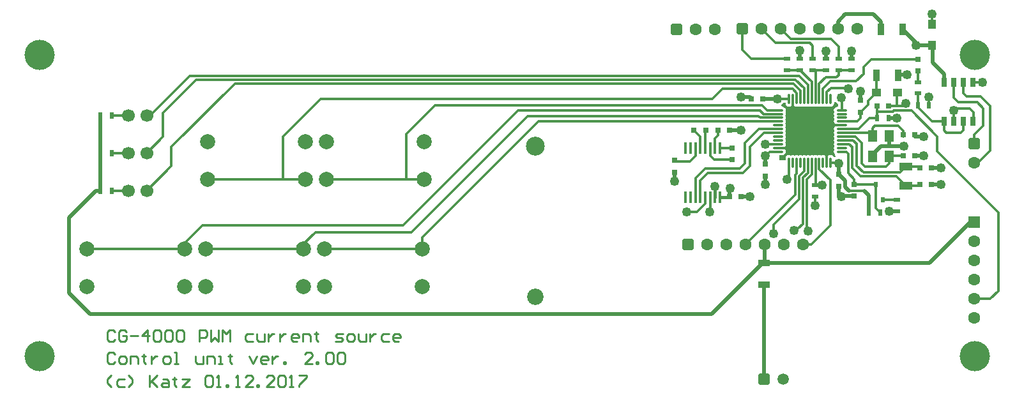
<source format=gtl>
G04 Layer_Physical_Order=1*
G04 Layer_Color=255*
%FSLAX42Y42*%
%MOMM*%
G71*
G01*
G75*
%ADD10R,1.60X0.90*%
%ADD11R,0.40X1.50*%
%ADD12R,0.90X1.60*%
%ADD13O,1.45X0.30*%
%ADD14O,0.30X1.45*%
%ADD15R,1.00X1.20*%
%ADD16R,0.80X0.80*%
%ADD17R,0.60X0.70*%
%ADD18R,0.60X0.90*%
%ADD19R,0.70X1.20*%
%ADD20R,1.25X1.60*%
%ADD21R,1.80X1.00*%
%ADD22R,1.20X1.00*%
%ADD23R,0.80X0.80*%
%ADD24R,0.90X0.60*%
%ADD25C,0.50*%
%ADD26C,0.30*%
%ADD27C,0.40*%
%ADD28C,0.25*%
G04:AMPARAMS|DCode=29|XSize=1.6mm|YSize=1.6mm|CornerRadius=0.4mm|HoleSize=0mm|Usage=FLASHONLY|Rotation=0.000|XOffset=0mm|YOffset=0mm|HoleType=Round|Shape=RoundedRectangle|*
%AMROUNDEDRECTD29*
21,1,1.60,0.80,0,0,0.0*
21,1,0.80,1.60,0,0,0.0*
1,1,0.80,0.40,-0.40*
1,1,0.80,-0.40,-0.40*
1,1,0.80,-0.40,0.40*
1,1,0.80,0.40,0.40*
%
%ADD29ROUNDEDRECTD29*%
%ADD30C,1.50*%
%ADD31C,1.70*%
%ADD32C,2.00*%
%ADD33C,1.60*%
%ADD34C,2.50*%
%ADD35C,2.17*%
%ADD36R,1.60X1.60*%
G04:AMPARAMS|DCode=37|XSize=1.6mm|YSize=1.6mm|CornerRadius=0.4mm|HoleSize=0mm|Usage=FLASHONLY|Rotation=270.000|XOffset=0mm|YOffset=0mm|HoleType=Round|Shape=RoundedRectangle|*
%AMROUNDEDRECTD37*
21,1,1.60,0.80,0,0,270.0*
21,1,0.80,1.60,0,0,270.0*
1,1,0.80,-0.40,-0.40*
1,1,0.80,-0.40,0.40*
1,1,0.80,0.40,0.40*
1,1,0.80,0.40,-0.40*
%
%ADD37ROUNDEDRECTD37*%
%ADD38C,4.00*%
%ADD39C,1.25*%
G36*
X11364Y4164D02*
X11383Y4149D01*
X11387Y4148D01*
Y4113D01*
X11375D01*
X11357Y4110D01*
X11343Y4100D01*
X11333Y4085D01*
X11329Y4067D01*
X11333Y4050D01*
X11338Y4042D01*
X11333Y4035D01*
X11329Y4017D01*
X11333Y4000D01*
X11338Y3992D01*
X11333Y3985D01*
X11329Y3967D01*
X11333Y3950D01*
X11338Y3942D01*
X11333Y3935D01*
X11329Y3917D01*
X11333Y3900D01*
X11343Y3885D01*
X11348Y3882D01*
Y3853D01*
X11343Y3850D01*
X11333Y3835D01*
X11329Y3817D01*
X11333Y3800D01*
X11338Y3792D01*
X11333Y3785D01*
X11329Y3767D01*
X11333Y3750D01*
X11338Y3742D01*
X11333Y3735D01*
X11329Y3717D01*
X11333Y3700D01*
X11338Y3692D01*
X11333Y3685D01*
X11329Y3667D01*
X11333Y3650D01*
X11338Y3642D01*
X11333Y3635D01*
X11329Y3617D01*
X11333Y3600D01*
X11338Y3592D01*
X11333Y3585D01*
X11329Y3567D01*
X11333Y3550D01*
X11338Y3542D01*
X11333Y3535D01*
X11329Y3517D01*
X11333Y3500D01*
X11343Y3485D01*
X11346Y3483D01*
X11352Y3454D01*
X11351Y3451D01*
X11346Y3445D01*
X11337Y3445D01*
X11321Y3455D01*
X11317Y3460D01*
X11303Y3470D01*
X11285Y3473D01*
X11267Y3470D01*
X11253Y3460D01*
X11249Y3455D01*
X11221D01*
X11217Y3460D01*
X11203Y3470D01*
X11185Y3473D01*
X11167Y3470D01*
X11160Y3465D01*
X11153Y3470D01*
X11135Y3473D01*
X11117Y3470D01*
X11110Y3465D01*
X11103Y3470D01*
X11085Y3473D01*
X11067Y3470D01*
X11060Y3465D01*
X11053Y3470D01*
X11035Y3473D01*
X11017Y3470D01*
X11010Y3465D01*
X11003Y3470D01*
X10985Y3473D01*
X10967Y3470D01*
X10960Y3465D01*
X10953Y3470D01*
X10935Y3473D01*
X10917Y3470D01*
X10910Y3465D01*
X10903Y3470D01*
X10885Y3473D01*
X10867Y3470D01*
X10860Y3465D01*
X10853Y3470D01*
X10835Y3473D01*
X10817Y3470D01*
X10810Y3465D01*
X10803Y3470D01*
X10785Y3473D01*
X10767Y3470D01*
X10760Y3465D01*
X10753Y3470D01*
X10735Y3473D01*
X10717Y3470D01*
X10703Y3460D01*
X10693Y3445D01*
X10689Y3428D01*
Y3400D01*
X10610D01*
Y3472D01*
X10645D01*
X10663Y3475D01*
X10677Y3485D01*
X10687Y3500D01*
X10691Y3517D01*
X10687Y3535D01*
X10677Y3550D01*
X10672Y3553D01*
Y3582D01*
X10677Y3585D01*
X10687Y3600D01*
X10691Y3617D01*
X10687Y3635D01*
X10682Y3642D01*
X10687Y3650D01*
X10691Y3667D01*
X10687Y3685D01*
X10682Y3692D01*
X10687Y3700D01*
X10691Y3717D01*
X10687Y3735D01*
X10682Y3742D01*
X10687Y3750D01*
X10691Y3767D01*
X10687Y3785D01*
X10682Y3792D01*
X10687Y3800D01*
X10691Y3817D01*
X10687Y3835D01*
X10682Y3842D01*
X10687Y3850D01*
X10691Y3867D01*
X10687Y3885D01*
X10682Y3892D01*
X10687Y3900D01*
X10691Y3917D01*
X10687Y3935D01*
X10682Y3942D01*
X10687Y3950D01*
X10691Y3967D01*
X10687Y3985D01*
X10682Y3992D01*
X10687Y4000D01*
X10691Y4017D01*
X10687Y4035D01*
X10682Y4042D01*
X10687Y4050D01*
X10691Y4067D01*
X10687Y4085D01*
X10677Y4100D01*
X10663Y4110D01*
X10645Y4113D01*
X10638D01*
X10638Y4114D01*
X10632Y4138D01*
X10646Y4149D01*
X10661Y4168D01*
X10661Y4169D01*
X10689D01*
Y4158D01*
X10693Y4140D01*
X10703Y4125D01*
X10717Y4115D01*
X10735Y4112D01*
X10753Y4115D01*
X10767Y4125D01*
X10771Y4130D01*
X10799D01*
X10803Y4125D01*
X10817Y4115D01*
X10835Y4112D01*
X10853Y4115D01*
X10860Y4120D01*
X10867Y4115D01*
X10885Y4112D01*
X10903Y4115D01*
X10910Y4120D01*
X10917Y4115D01*
X10935Y4112D01*
X10953Y4115D01*
X10960Y4120D01*
X10967Y4115D01*
X10985Y4112D01*
X11003Y4115D01*
X11010Y4120D01*
X11017Y4115D01*
X11035Y4112D01*
X11053Y4115D01*
X11060Y4120D01*
X11067Y4115D01*
X11085Y4112D01*
X11103Y4115D01*
X11110Y4120D01*
X11117Y4115D01*
X11135Y4112D01*
X11153Y4115D01*
X11160Y4120D01*
X11167Y4115D01*
X11185Y4112D01*
X11203Y4115D01*
X11210Y4120D01*
X11217Y4115D01*
X11235Y4112D01*
X11253Y4115D01*
X11260Y4120D01*
X11267Y4115D01*
X11285Y4112D01*
X11303Y4115D01*
X11317Y4125D01*
X11327Y4140D01*
X11331Y4158D01*
Y4170D01*
X11359D01*
X11364Y4164D01*
D02*
G37*
D10*
X10400Y1750D02*
D03*
Y2040D02*
D03*
D11*
X9820Y3565D02*
D03*
X9755D02*
D03*
X9690D02*
D03*
X9625D02*
D03*
X9560D02*
D03*
X9495D02*
D03*
X9430D02*
D03*
X9365D02*
D03*
X9820Y2915D02*
D03*
X9755D02*
D03*
X9690D02*
D03*
X9625D02*
D03*
X9560D02*
D03*
X9495D02*
D03*
X9430D02*
D03*
X9365D02*
D03*
D12*
X11950Y5140D02*
D03*
X12240Y5140D02*
D03*
X11890Y4530D02*
D03*
X12180D02*
D03*
D13*
X11432Y3517D02*
D03*
Y3567D02*
D03*
Y3617D02*
D03*
Y3667D02*
D03*
Y3717D02*
D03*
Y3767D02*
D03*
Y3817D02*
D03*
Y3867D02*
D03*
Y3917D02*
D03*
Y3967D02*
D03*
Y4017D02*
D03*
Y4067D02*
D03*
X10588D02*
D03*
Y4017D02*
D03*
Y3967D02*
D03*
Y3917D02*
D03*
Y3867D02*
D03*
Y3817D02*
D03*
Y3767D02*
D03*
Y3717D02*
D03*
Y3667D02*
D03*
Y3617D02*
D03*
Y3567D02*
D03*
Y3517D02*
D03*
D14*
X11285Y4215D02*
D03*
X11235D02*
D03*
X11185D02*
D03*
X11135D02*
D03*
X11085D02*
D03*
X11035D02*
D03*
X10985D02*
D03*
X10935D02*
D03*
X10885D02*
D03*
X10835D02*
D03*
X10785D02*
D03*
X10735D02*
D03*
Y3370D02*
D03*
X10785D02*
D03*
X10835D02*
D03*
X10885D02*
D03*
X10935D02*
D03*
X10985D02*
D03*
X11035D02*
D03*
X11085D02*
D03*
X11135D02*
D03*
X11185D02*
D03*
X11235D02*
D03*
X11285D02*
D03*
D15*
X12630Y5210D02*
D03*
Y4930D02*
D03*
D16*
X12440Y4590D02*
D03*
Y4745D02*
D03*
X11390Y3060D02*
D03*
Y3215D02*
D03*
X9980Y3410D02*
D03*
Y3565D02*
D03*
X9220Y3245D02*
D03*
Y3400D02*
D03*
X11600Y3080D02*
D03*
Y2925D02*
D03*
X11680Y4195D02*
D03*
Y4040D02*
D03*
X10420Y3195D02*
D03*
Y3350D02*
D03*
D17*
X11980Y2880D02*
D03*
X11790D02*
D03*
X11885Y3080D02*
D03*
D18*
X12440Y4130D02*
D03*
X12590D02*
D03*
X1610Y4000D02*
D03*
X1760D02*
D03*
X1610Y3500D02*
D03*
X1760D02*
D03*
X1610Y3000D02*
D03*
X1760D02*
D03*
X11790Y2710D02*
D03*
X11940D02*
D03*
X11900Y3960D02*
D03*
X12050D02*
D03*
D19*
X13171Y4440D02*
D03*
X13044D02*
D03*
X12917D02*
D03*
X12790D02*
D03*
X13171Y3920D02*
D03*
X13044D02*
D03*
X12917D02*
D03*
X12790D02*
D03*
D20*
X12060Y3455D02*
D03*
Y3725D02*
D03*
X11840D02*
D03*
Y3455D02*
D03*
D21*
X12280Y3065D02*
D03*
Y3315D02*
D03*
D22*
X12170Y4300D02*
D03*
X11890D02*
D03*
D23*
X12625Y3300D02*
D03*
X12470D02*
D03*
Y3080D02*
D03*
X12625D02*
D03*
X12405Y3460D02*
D03*
X12250D02*
D03*
X12245Y3740D02*
D03*
X12400D02*
D03*
X9945Y2920D02*
D03*
X10100D02*
D03*
X9475Y3800D02*
D03*
X9630D02*
D03*
X9790D02*
D03*
X9945D02*
D03*
X10235Y4220D02*
D03*
X10390D02*
D03*
X12055Y4125D02*
D03*
X11900D02*
D03*
D24*
X12440Y4290D02*
D03*
Y4440D02*
D03*
X11390Y4600D02*
D03*
Y4750D02*
D03*
X11560Y4600D02*
D03*
Y4750D02*
D03*
X11050Y4750D02*
D03*
Y4600D02*
D03*
X10710Y4750D02*
D03*
Y4600D02*
D03*
X11220D02*
D03*
Y4750D02*
D03*
X10880Y4600D02*
D03*
Y4750D02*
D03*
X11080Y3070D02*
D03*
Y2920D02*
D03*
X12160Y2880D02*
D03*
Y2730D02*
D03*
D25*
X10414Y2064D02*
Y2286D01*
X9710Y1360D02*
X10414Y2064D01*
X1470Y1360D02*
X9710D01*
X10400Y500D02*
Y1750D01*
X10100Y4240D02*
X10215D01*
X10235Y4220D01*
X11950Y3590D02*
X12260D01*
X12060Y3600D02*
Y3725D01*
X11840Y3480D02*
X11950Y3590D01*
X12060Y2730D02*
X12160D01*
X12240Y5140D02*
X12420Y4960D01*
Y4930D02*
X12620D01*
X12640Y4700D02*
Y4910D01*
X12420Y4930D02*
Y4960D01*
X12790Y4440D02*
Y4550D01*
X12640Y4700D02*
X12790Y4550D01*
X1550Y3000D02*
X1610D01*
X1190Y2640D02*
X1550Y3000D01*
X1190Y1640D02*
Y2640D01*
Y1640D02*
X1470Y1360D01*
X10414Y2040D02*
X12600D01*
X13140Y2580D01*
X13190D01*
X9220Y3120D02*
Y3245D01*
X12625Y3080D02*
X12750D01*
X12625Y3300D02*
X12750D01*
X11840Y3455D02*
Y3480D01*
X12405Y3460D02*
X12520D01*
Y3720D02*
X12540D01*
X12405D02*
X12520D01*
X10420Y3080D02*
Y3195D01*
Y3060D02*
Y3080D01*
X10100Y2920D02*
X10220D01*
X9945D02*
Y3005D01*
Y2920D02*
X9950Y2925D01*
X11390Y2950D02*
X11415Y2925D01*
X11390Y2950D02*
Y3060D01*
X11680Y4195D02*
Y4320D01*
X11560Y4750D02*
Y4850D01*
X11220Y4750D02*
Y4850D01*
X10880Y4750D02*
Y4860D01*
X11480Y5340D02*
X11850D01*
X11384Y5244D02*
X11480Y5340D01*
X11384Y5150D02*
Y5244D01*
X11950Y5140D02*
Y5240D01*
X11850Y5340D02*
X11950Y5240D01*
X9945Y3800D02*
X10100D01*
X11790Y2880D02*
Y2940D01*
X11730Y3000D02*
X11790Y2940D01*
X11480Y3050D02*
X11530Y3000D01*
X11480Y3050D02*
Y3130D01*
X11395Y3215D02*
X11480Y3130D01*
X11390Y3215D02*
X11395D01*
X11390D02*
Y3360D01*
X11790Y2710D02*
X11790Y2710D01*
Y2880D01*
X12050Y3960D02*
X12160D01*
X12180Y4530D02*
X12190Y4540D01*
X12300D01*
Y4550D01*
X11380Y3370D02*
X11390Y3360D01*
X10395Y4215D02*
X10580D01*
X1610Y3500D02*
Y4000D01*
Y3000D02*
Y3500D01*
X10420Y3350D02*
Y3460D01*
X10390Y4220D02*
X10395Y4215D01*
X11415Y2925D02*
X11600D01*
D26*
X11620Y4450D02*
X11720Y4550D01*
X11280Y4450D02*
X11620D01*
X11185Y4355D02*
X11280Y4450D01*
X11900Y4050D02*
Y4125D01*
X12109Y4050D02*
X12119Y4060D01*
X11900Y4050D02*
X12109D01*
X12119Y4060D02*
X12360D01*
X12700Y3720D01*
X11135Y3285D02*
X11280Y3140D01*
Y2540D02*
Y3140D01*
X11026Y2286D02*
X11280Y2540D01*
X10970Y3150D02*
X11035Y3215D01*
X10970Y2520D02*
Y3150D01*
Y2520D02*
X11010Y2480D01*
X10920Y3171D02*
X10985Y3236D01*
X10920Y2560D02*
Y3171D01*
X10855Y2495D02*
X10920Y2560D01*
X10870Y2890D02*
Y3191D01*
X10530Y2550D02*
X10870Y2890D01*
X10820Y2946D02*
Y3212D01*
X10160Y2286D02*
X10820Y2946D01*
X10870Y3191D02*
X10935Y3256D01*
X10820Y3212D02*
X10835Y3227D01*
X10710Y3170D02*
X10735Y3195D01*
X10710Y3150D02*
Y3170D01*
X10735Y3195D02*
Y3370D01*
X10785Y4105D02*
Y4215D01*
X11338Y3867D02*
X11432D01*
X11235Y3370D02*
Y3475D01*
X10588Y3567D02*
X10697D01*
X11080Y2800D02*
Y2920D01*
X12140Y4290D02*
X12160Y4270D01*
Y4125D02*
Y4270D01*
X12245Y4125D02*
X12280Y4160D01*
X12055Y4125D02*
X12245D01*
X12630Y5210D02*
Y5340D01*
X12140Y4290D02*
X12170Y4280D01*
X12620Y4930D02*
X12640Y4910D01*
X13171Y4440D02*
X13300D01*
X13213Y3343D02*
X13400Y3530D01*
X13190Y3620D02*
Y3740D01*
X13310Y3860D01*
X13400Y3530D02*
Y4120D01*
X13270Y4250D02*
X13400Y4120D01*
X13090Y4250D02*
X13270D01*
X13044Y4296D02*
X13090Y4250D01*
X13310Y3860D02*
Y4090D01*
X13230Y4170D02*
X13310Y4090D01*
X12980Y4170D02*
X13230D01*
X12917Y4233D02*
X12980Y4170D01*
X12917Y4233D02*
Y4440D01*
X13044Y4296D02*
Y4440D01*
X13180Y3929D02*
Y4040D01*
X13130Y4090D02*
X13180Y4040D01*
X12944Y4090D02*
X13130D01*
X13171Y4440D02*
X13180Y4431D01*
X13171Y3920D02*
X13180Y3929D01*
X12917Y4063D02*
X12944Y4090D01*
X12917Y3920D02*
Y4063D01*
X13044Y3804D02*
Y3920D01*
X13010Y3770D02*
X13044Y3804D01*
X12820Y3770D02*
X13010D01*
X12790Y3800D02*
X12820Y3770D01*
X12790Y3800D02*
Y3920D01*
X12630D02*
X12790D01*
X12440Y4110D02*
X12630Y3920D01*
X12440Y4110D02*
Y4130D01*
X12590D02*
Y4220D01*
X12700Y3520D02*
Y3720D01*
Y3520D02*
X13510Y2710D01*
Y1670D02*
Y2710D01*
X10922Y2286D02*
X11026D01*
X10825Y2495D02*
X10855D01*
X10800Y2470D02*
X10825Y2495D01*
X10990Y2460D02*
X11010Y2480D01*
X9660Y2720D02*
X9690Y2750D01*
X9660Y2720D02*
X9680D01*
X9625Y2825D02*
Y2915D01*
X9515Y2715D02*
X9625Y2825D01*
X9380Y2715D02*
X9515D01*
X10530Y2430D02*
Y2550D01*
X13404Y1564D02*
X13510Y1670D01*
X13190Y1564D02*
X13404D01*
X4030Y3150D02*
Y3720D01*
X4530Y4220D01*
X9720D01*
X9660Y3230D02*
X10120D01*
X9560Y3130D02*
X9660Y3230D01*
X9560Y2915D02*
Y3130D01*
X9620Y3290D02*
X10080D01*
X9495Y3165D02*
X9620Y3290D01*
X9495Y2915D02*
Y3165D01*
X10120Y3230D02*
X10220Y3330D01*
X10080Y3290D02*
X10150Y3360D01*
X10220Y3330D02*
Y3585D01*
X10150Y3360D02*
Y3630D01*
X11080Y3070D02*
X11170D01*
X11080Y3070D02*
X11080Y3070D01*
X11290Y4360D02*
X11510D01*
X11235Y4305D02*
X11290Y4360D01*
X11510D02*
X11520Y4350D01*
X10558Y4960D02*
X11010D01*
X10368Y5150D02*
X10558Y4960D01*
X11050Y4750D02*
Y4920D01*
X11010Y4960D02*
X11050Y4920D01*
X11390Y4750D02*
Y4910D01*
X11290Y5010D02*
X11390Y4910D01*
X10762Y5010D02*
X11290D01*
X10622Y5150D02*
X10762Y5010D01*
X10443Y4067D02*
X10588D01*
X10380Y4130D02*
X10443Y4067D01*
X6040Y4130D02*
X10380D01*
X10393Y4017D02*
X10588D01*
X10350Y4060D02*
X10393Y4017D01*
X7140Y4060D02*
X10350D01*
X10352Y3967D02*
X10588D01*
X10330Y3990D02*
X10352Y3967D01*
X7270Y3990D02*
X10330D01*
X5620Y2540D02*
X7140Y4060D01*
X10588Y3967D02*
X10588Y3967D01*
X5730Y2450D02*
X7270Y3990D01*
X5660Y3750D02*
X6040Y4130D01*
X5660Y3150D02*
Y3750D01*
X9720Y4220D02*
X9850Y4350D01*
X9690Y2750D02*
Y2915D01*
X9495Y3465D02*
Y3565D01*
X9420Y3390D02*
X9495Y3465D01*
X9220Y3390D02*
X9420D01*
X9740Y3410D02*
X9980D01*
X9690Y3460D02*
X9740Y3410D01*
X9690Y3460D02*
Y3565D01*
X9980D02*
X9980Y3565D01*
X9820Y3565D02*
X9980D01*
X9790Y3730D02*
Y3800D01*
X9755Y3695D02*
X9790Y3730D01*
X9755Y3565D02*
Y3695D01*
X9475Y3800D02*
X9560Y3715D01*
Y3565D02*
Y3715D01*
X9625Y3795D02*
X9630Y3800D01*
X9625Y3565D02*
Y3795D01*
X10150Y3630D02*
X10338Y3817D01*
X10220Y3585D02*
X10403Y3767D01*
X9850Y4350D02*
X10780D01*
X5875Y2375D02*
X7418Y3917D01*
X10338Y3817D02*
X10588D01*
X5660Y3150D02*
X5900D01*
X4600D02*
X5660D01*
X4030D02*
X4325D01*
X3025D02*
X4030D01*
X3390Y4420D02*
X10790D01*
X2550Y3580D02*
X3390Y4420D01*
X2550Y3325D02*
Y3580D01*
X4460Y2450D02*
X5730D01*
X5875Y2225D02*
Y2375D01*
X4575Y2225D02*
X5875D01*
X3000D02*
X4300D01*
X1425D02*
X2725D01*
X11980Y2880D02*
X12160D01*
X11530Y3000D02*
X11730D01*
X11885Y2765D02*
X11940Y2710D01*
X11885Y2765D02*
Y3080D01*
X11885Y3080D02*
X11885Y3080D01*
X11600Y3080D02*
X11885D01*
X12455Y3315D02*
X12470Y3300D01*
X12280Y3315D02*
X12455D01*
Y3065D02*
X12470Y3080D01*
X12280Y3065D02*
X12455D01*
X12155Y3190D02*
X12280Y3065D01*
X11680Y3190D02*
X12155D01*
X12205Y3240D02*
X12280Y3315D01*
X11720Y3240D02*
X12205D01*
X11432Y3517D02*
X11493D01*
X11520Y3490D01*
Y3230D02*
Y3490D01*
Y3230D02*
X11600Y3150D01*
Y3080D02*
Y3150D01*
X11570Y3300D02*
X11680Y3190D01*
X11570Y3300D02*
Y3580D01*
X11630Y3330D02*
X11720Y3240D01*
X11630Y3330D02*
Y3620D01*
X11900Y3960D02*
Y4042D01*
X12440Y4130D02*
X12440Y4130D01*
Y4290D01*
Y4440D02*
Y4590D01*
X11720Y4550D02*
Y4640D01*
X11825Y4745D01*
X12440D01*
X10580Y4215D02*
X10735D01*
X11890Y4300D02*
Y4530D01*
X11780Y4190D02*
X11890Y4300D01*
X11780Y4140D02*
Y4190D01*
X11680Y4040D02*
X11780Y4140D01*
X11680Y3960D02*
Y4040D01*
X11638Y3917D02*
X11680Y3960D01*
X11432Y3917D02*
X11638D01*
X11885Y4140D02*
X11900Y4125D01*
X11800Y3960D02*
X11900D01*
X11657Y3817D02*
X11800Y3960D01*
X11432Y3817D02*
X11657D01*
X10420Y3617D02*
X10588D01*
X11285Y3370D02*
X11380D01*
X1760Y3000D02*
X1975D01*
X1760Y3500D02*
X1975D01*
X1760Y4000D02*
X1975D01*
X2880Y4470D02*
X10821D01*
X2440Y4030D02*
X2880Y4470D01*
X2440Y3715D02*
Y4030D01*
X2225Y3000D02*
X2550Y3325D01*
X2225Y3500D02*
X2440Y3715D01*
X2225Y4000D02*
X2270D01*
X2790Y4520D01*
X10790Y4420D02*
X10885Y4325D01*
Y4215D02*
Y4325D01*
X10780Y4350D02*
X10835Y4295D01*
X2960Y2540D02*
X5620D01*
X3025Y3150D02*
Y3215D01*
X2725Y2225D02*
Y2305D01*
X2960Y2540D01*
X4300Y2225D02*
Y2290D01*
X4460Y2450D01*
X7418Y3917D02*
X10588D01*
X10821Y4470D02*
X10935Y4356D01*
X2790Y4520D02*
X10870D01*
X10985Y4405D01*
Y4215D02*
Y4405D01*
X10880Y4600D02*
X11035Y4445D01*
Y4215D02*
Y4445D01*
X10935Y4215D02*
Y4356D01*
X10835Y4215D02*
Y4295D01*
X11430Y4230D02*
X11432Y4228D01*
Y4067D02*
Y4228D01*
X10114Y4866D02*
Y5150D01*
Y4866D02*
X10230Y4750D01*
X10710D01*
X10420Y3460D02*
X10478Y3517D01*
X10588D01*
X10403Y3767D02*
X10588D01*
X11135Y3285D02*
Y3370D01*
X10835Y3227D02*
Y3370D01*
X10935Y3256D02*
Y3370D01*
X10985Y3236D02*
Y3370D01*
X11035Y3215D02*
Y3370D01*
X11080Y3070D02*
X11085Y3075D01*
Y3370D01*
X12250Y3720D02*
Y3790D01*
X12180Y3860D02*
X12250Y3790D01*
X11870Y3860D02*
X12180D01*
X11840Y3830D02*
X11870Y3860D01*
X11840Y3725D02*
Y3830D01*
X12060Y3455D02*
X12065Y3460D01*
X12250D01*
X11797Y3767D02*
X11840Y3725D01*
X11432Y3767D02*
X11797D01*
X12060Y3360D02*
Y3455D01*
X12020Y3320D02*
X12060Y3360D01*
X11740Y3320D02*
X12020D01*
X11700Y3360D02*
X11740Y3320D01*
X11700Y3360D02*
Y3630D01*
X11612Y3717D02*
X11700Y3630D01*
X11432Y3717D02*
X11612D01*
X11582Y3667D02*
X11630Y3620D01*
X11432Y3667D02*
X11582D01*
X11532Y3617D02*
X11570Y3580D01*
X11432Y3617D02*
X11532D01*
X11235Y4215D02*
Y4305D01*
X11185Y4215D02*
Y4355D01*
X11390Y4600D02*
X11560D01*
X11390Y4530D02*
Y4600D01*
X11360Y4500D02*
X11390Y4530D01*
X11220Y4500D02*
X11360D01*
X11135Y4415D02*
X11220Y4500D01*
X11135Y4215D02*
Y4415D01*
X11085Y4215D02*
Y4600D01*
X11220D01*
X10710D02*
X10880D01*
D27*
X9820Y2915D02*
X9945D01*
X9755D02*
Y3060D01*
D28*
X1751Y400D02*
X1700Y451D01*
Y502D01*
X1751Y552D01*
X1929Y502D02*
X1852D01*
X1827Y476D01*
Y425D01*
X1852Y400D01*
X1929D01*
X1979D02*
X2030Y451D01*
Y502D01*
X1979Y552D01*
X2259D02*
Y400D01*
Y451D01*
X2360Y552D01*
X2284Y476D01*
X2360Y400D01*
X2436Y502D02*
X2487D01*
X2513Y476D01*
Y400D01*
X2436D01*
X2411Y425D01*
X2436Y451D01*
X2513D01*
X2589Y527D02*
Y502D01*
X2563D01*
X2614D01*
X2589D01*
Y425D01*
X2614Y400D01*
X2690Y502D02*
X2792D01*
X2690Y400D01*
X2792D01*
X2995Y527D02*
X3020Y552D01*
X3071D01*
X3097Y527D01*
Y425D01*
X3071Y400D01*
X3020D01*
X2995Y425D01*
Y527D01*
X3147Y400D02*
X3198D01*
X3173D01*
Y552D01*
X3147Y527D01*
X3274Y400D02*
Y425D01*
X3300D01*
Y400D01*
X3274D01*
X3401D02*
X3452D01*
X3427D01*
Y552D01*
X3401Y527D01*
X3630Y400D02*
X3528D01*
X3630Y502D01*
Y527D01*
X3604Y552D01*
X3554D01*
X3528Y527D01*
X3681Y400D02*
Y425D01*
X3706D01*
Y400D01*
X3681D01*
X3909D02*
X3808D01*
X3909Y502D01*
Y527D01*
X3884Y552D01*
X3833D01*
X3808Y527D01*
X3960D02*
X3985Y552D01*
X4036D01*
X4061Y527D01*
Y425D01*
X4036Y400D01*
X3985D01*
X3960Y425D01*
Y527D01*
X4112Y400D02*
X4163D01*
X4138D01*
Y552D01*
X4112Y527D01*
X4239Y552D02*
X4341D01*
Y527D01*
X4239Y425D01*
Y400D01*
X1802Y827D02*
X1776Y852D01*
X1725D01*
X1700Y827D01*
Y725D01*
X1725Y700D01*
X1776D01*
X1802Y725D01*
X1878Y700D02*
X1929D01*
X1954Y725D01*
Y776D01*
X1929Y802D01*
X1878D01*
X1852Y776D01*
Y725D01*
X1878Y700D01*
X2005D02*
Y802D01*
X2081D01*
X2106Y776D01*
Y700D01*
X2182Y827D02*
Y802D01*
X2157D01*
X2208D01*
X2182D01*
Y725D01*
X2208Y700D01*
X2284Y802D02*
Y700D01*
Y751D01*
X2309Y776D01*
X2335Y802D01*
X2360D01*
X2462Y700D02*
X2513D01*
X2538Y725D01*
Y776D01*
X2513Y802D01*
X2462D01*
X2436Y776D01*
Y725D01*
X2462Y700D01*
X2589D02*
X2639D01*
X2614D01*
Y852D01*
X2589D01*
X2868Y802D02*
Y725D01*
X2893Y700D01*
X2970D01*
Y802D01*
X3020Y700D02*
Y802D01*
X3097D01*
X3122Y776D01*
Y700D01*
X3173D02*
X3224D01*
X3198D01*
Y802D01*
X3173D01*
X3325Y827D02*
Y802D01*
X3300D01*
X3350D01*
X3325D01*
Y725D01*
X3350Y700D01*
X3579Y802D02*
X3630Y700D01*
X3681Y802D01*
X3808Y700D02*
X3757D01*
X3731Y725D01*
Y776D01*
X3757Y802D01*
X3808D01*
X3833Y776D01*
Y751D01*
X3731D01*
X3884Y802D02*
Y700D01*
Y751D01*
X3909Y776D01*
X3934Y802D01*
X3960D01*
X4036Y700D02*
Y725D01*
X4061D01*
Y700D01*
X4036D01*
X4417D02*
X4315D01*
X4417Y802D01*
Y827D01*
X4392Y852D01*
X4341D01*
X4315Y827D01*
X4468Y700D02*
Y725D01*
X4493D01*
Y700D01*
X4468D01*
X4595Y827D02*
X4620Y852D01*
X4671D01*
X4696Y827D01*
Y725D01*
X4671Y700D01*
X4620D01*
X4595Y725D01*
Y827D01*
X4747D02*
X4772Y852D01*
X4823D01*
X4849Y827D01*
Y725D01*
X4823Y700D01*
X4772D01*
X4747Y725D01*
Y827D01*
X1802Y1127D02*
X1776Y1152D01*
X1725D01*
X1700Y1127D01*
Y1025D01*
X1725Y1000D01*
X1776D01*
X1802Y1025D01*
X1954Y1127D02*
X1929Y1152D01*
X1878D01*
X1852Y1127D01*
Y1025D01*
X1878Y1000D01*
X1929D01*
X1954Y1025D01*
Y1076D01*
X1903D01*
X2005D02*
X2106D01*
X2233Y1000D02*
Y1152D01*
X2157Y1076D01*
X2259D01*
X2309Y1127D02*
X2335Y1152D01*
X2386D01*
X2411Y1127D01*
Y1025D01*
X2386Y1000D01*
X2335D01*
X2309Y1025D01*
Y1127D01*
X2462D02*
X2487Y1152D01*
X2538D01*
X2563Y1127D01*
Y1025D01*
X2538Y1000D01*
X2487D01*
X2462Y1025D01*
Y1127D01*
X2614D02*
X2639Y1152D01*
X2690D01*
X2716Y1127D01*
Y1025D01*
X2690Y1000D01*
X2639D01*
X2614Y1025D01*
Y1127D01*
X2919Y1000D02*
Y1152D01*
X2995D01*
X3020Y1127D01*
Y1076D01*
X2995Y1051D01*
X2919D01*
X3071Y1152D02*
Y1000D01*
X3122Y1051D01*
X3173Y1000D01*
Y1152D01*
X3224Y1000D02*
Y1152D01*
X3274Y1102D01*
X3325Y1152D01*
Y1000D01*
X3630Y1102D02*
X3554D01*
X3528Y1076D01*
Y1025D01*
X3554Y1000D01*
X3630D01*
X3681Y1102D02*
Y1025D01*
X3706Y1000D01*
X3782D01*
Y1102D01*
X3833D02*
Y1000D01*
Y1051D01*
X3858Y1076D01*
X3884Y1102D01*
X3909D01*
X3985D02*
Y1000D01*
Y1051D01*
X4011Y1076D01*
X4036Y1102D01*
X4061D01*
X4214Y1000D02*
X4163D01*
X4138Y1025D01*
Y1076D01*
X4163Y1102D01*
X4214D01*
X4239Y1076D01*
Y1051D01*
X4138D01*
X4290Y1000D02*
Y1102D01*
X4366D01*
X4392Y1076D01*
Y1000D01*
X4468Y1127D02*
Y1102D01*
X4442D01*
X4493D01*
X4468D01*
Y1025D01*
X4493Y1000D01*
X4722D02*
X4798D01*
X4823Y1025D01*
X4798Y1051D01*
X4747D01*
X4722Y1076D01*
X4747Y1102D01*
X4823D01*
X4899Y1000D02*
X4950D01*
X4976Y1025D01*
Y1076D01*
X4950Y1102D01*
X4899D01*
X4874Y1076D01*
Y1025D01*
X4899Y1000D01*
X5026Y1102D02*
Y1025D01*
X5052Y1000D01*
X5128D01*
Y1102D01*
X5179D02*
Y1000D01*
Y1051D01*
X5204Y1076D01*
X5229Y1102D01*
X5255D01*
X5433D02*
X5356D01*
X5331Y1076D01*
Y1025D01*
X5356Y1000D01*
X5433D01*
X5560D02*
X5509D01*
X5483Y1025D01*
Y1076D01*
X5509Y1102D01*
X5560D01*
X5585Y1076D01*
Y1051D01*
X5483D01*
D29*
X10400Y500D02*
D03*
X9398Y2286D02*
D03*
X10114Y5150D02*
D03*
X9246Y5140D02*
D03*
D30*
X10654Y500D02*
D03*
D31*
X2225Y4000D02*
D03*
X1975D02*
D03*
X2225Y3000D02*
D03*
X1975D02*
D03*
X2225Y3500D02*
D03*
X1975D02*
D03*
D32*
X5875Y1725D02*
D03*
Y2225D02*
D03*
X4575D02*
D03*
Y1725D02*
D03*
X3025Y3650D02*
D03*
Y3150D02*
D03*
X4325D02*
D03*
Y3650D02*
D03*
X4300Y1725D02*
D03*
Y2225D02*
D03*
X3000D02*
D03*
Y1725D02*
D03*
X2725D02*
D03*
Y2225D02*
D03*
X1425D02*
D03*
Y1725D02*
D03*
X4600Y3650D02*
D03*
Y3150D02*
D03*
X5900D02*
D03*
Y3650D02*
D03*
D33*
X9652Y2286D02*
D03*
X9906D02*
D03*
X10160D02*
D03*
X10414D02*
D03*
X10668D02*
D03*
X10922D02*
D03*
X11638Y5150D02*
D03*
X11384D02*
D03*
X11130D02*
D03*
X10876D02*
D03*
X10368D02*
D03*
X10622D02*
D03*
X9500Y5140D02*
D03*
X9754D02*
D03*
X13190Y2326D02*
D03*
Y2072D02*
D03*
Y1818D02*
D03*
Y1564D02*
D03*
Y1310D02*
D03*
Y3366D02*
D03*
D34*
X7370Y3590D02*
D03*
D35*
Y1590D02*
D03*
D36*
X13190Y2580D02*
D03*
D37*
Y3620D02*
D03*
D38*
X800Y800D02*
D03*
Y4800D02*
D03*
X13200D02*
D03*
Y800D02*
D03*
D39*
X10100Y4240D02*
D03*
X12260Y3590D02*
D03*
X10710Y3150D02*
D03*
X10840Y3950D02*
D03*
X11180Y3620D02*
D03*
Y3950D02*
D03*
X10840Y3610D02*
D03*
X11080Y2800D02*
D03*
X12630Y5340D02*
D03*
X12280Y4160D02*
D03*
X12060Y2730D02*
D03*
X12420Y4930D02*
D03*
X13300Y4440D02*
D03*
X12917Y4063D02*
D03*
X12590Y4240D02*
D03*
X10800Y2470D02*
D03*
X10990Y2460D02*
D03*
X9680Y2720D02*
D03*
X10530Y2430D02*
D03*
X9220Y3120D02*
D03*
X12750Y3080D02*
D03*
Y3300D02*
D03*
X12520Y3460D02*
D03*
Y3720D02*
D03*
X10420Y3080D02*
D03*
X10220Y2920D02*
D03*
X9950Y3030D02*
D03*
X9755Y3060D02*
D03*
X11430Y2920D02*
D03*
X11170Y3070D02*
D03*
X11680Y4320D02*
D03*
X11520Y4350D02*
D03*
X11560Y4850D02*
D03*
X11220D02*
D03*
X10880Y4860D02*
D03*
X9380Y2715D02*
D03*
X10100Y3800D02*
D03*
X12160Y3960D02*
D03*
X12300Y4540D02*
D03*
X10420Y3617D02*
D03*
X11390Y3360D02*
D03*
X10580Y4215D02*
D03*
X11430Y4230D02*
D03*
X10420Y3460D02*
D03*
M02*

</source>
